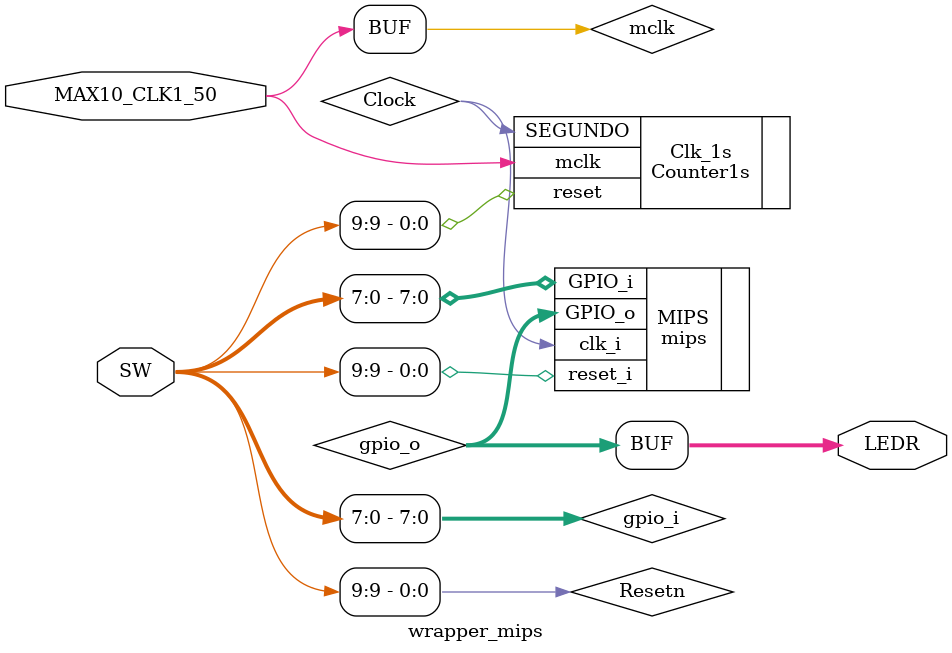
<source format=v>

module wrapper_mips (MAX10_CLK1_50, SW, LEDR);
	input   MAX10_CLK1_50;
	input    [9:0]SW;
	output  [7:0] LEDR;
	//////////// LED //////////
	
	wire mclk = MAX10_CLK1_50;
	wire Clock;
	wire Resetn = SW[9];
	wire [7:0] gpio_i = SW[7:0];
	wire [7:0] gpio_o = LEDR;
	assign LEDR = gpio_o;
								//input					//input				//output
	Counter1s Clk_1s ( .mclk(mclk), .reset(Resetn), .SEGUNDO(Clock));  // Clock signal from seconds counter
	
	mips MIPS(.clk_i(Clock), .reset_i(Resetn), .GPIO_i(gpio_i), .GPIO_o(gpio_o));
	
endmodule

</source>
